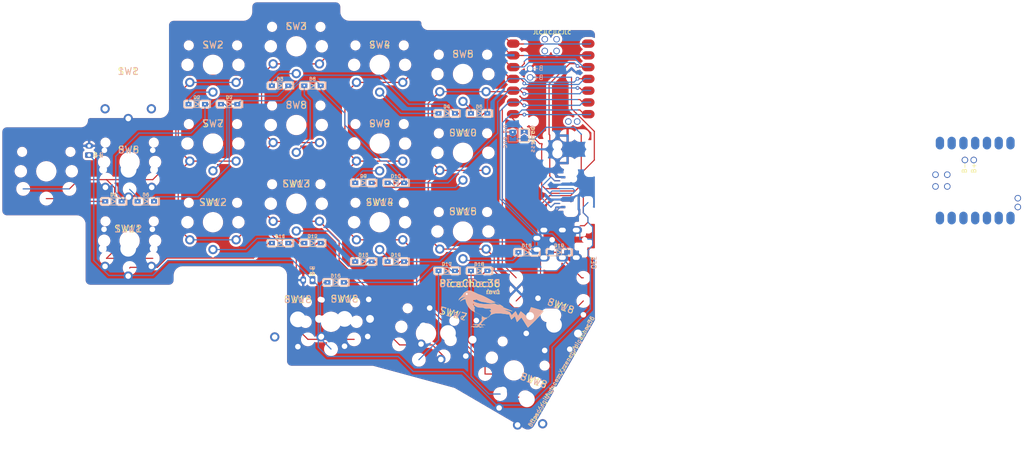
<source format=kicad_pcb>
(kicad_pcb (version 20221018) (generator pcbnew)
  (layers (0 "F.Cu" signal) (31 "B.Cu" signal) (34 "B.Paste" user) (35 "F.Paste" user) (36 "B.SilkS" user "B.Silkscreen") (37 "F.SilkS" user "F.Silkscreen") (38 "B.Mask" user) (39 "F.Mask" user) (44 "Edge.Cuts" user))
  (net 0 "")
  (net 1 "BATT")
  (net 2 "GND")
  (net 3 "RAW")
  (net 4 "row0")
  (net 5 "Net-(D1-Pad2)")
  (net 6 "Net-(D2-Pad2)")
  (net 7 "Net-(D3-Pad2)")
  (net 8 "Net-(D4-Pad2)")
  (net 9 "Net-(D5-Pad2)")
  (net 10 "row1")
  (net 11 "Net-(D6-Pad2)")
  (net 12 "Net-(D7-Pad2)")
  (net 13 "Net-(D8-Pad2)")
  (net 14 "Net-(D9-Pad2)")
  (net 15 "Net-(D10-Pad2)")
  (net 16 "row2")
  (net 17 "Net-(D11-Pad2)")
  (net 18 "Net-(D12-Pad2)")
  (net 19 "Net-(D13-Pad2)")
  (net 20 "Net-(D14-Pad2)")
  (net 21 "Net-(D15-Pad2)")
  (net 22 "row3")
  (net 23 "Net-(D16-Pad2)")
  (net 24 "Net-(D17-Pad2)")
  (net 25 "Net-(D18-Pad2)")
  (net 26 "SW_ENCA")
  (net 27 "VCC")
  (net 28 "DATA")
  (net 29 "ENCB")
  (net 30 "ENCA")
  (net 31 "col0")
  (net 32 "col1")
  (net 33 "col2")
  (net 34 "col3")
  (net 47 "PIN7")
  (net 50 "col4")
  (footprint "zzkeeb:Switch_ChocV1-reversible" (layer "F.Cu") (at 147.26 114.94 -15)
    (fp_text reference "SW17")
    (fp_text value "SW_PUSH" hide)
  )
  (footprint "zzkeeb:Diode_1N4148-SOD123-reversible" (layer "F.Cu") (at 129 82.5 180)
    (fp_text reference "D9")
    (fp_text value "D_Small" hide)
  )
  (footprint "zzkeeb:Switch_ChocV1-reversible" (layer "F.Cu") (at 150.5 93)
    (fp_text reference "SW15")
    (fp_text value "SW_PUSH" hide)
  )
  (footprint "zzkeeb:Logo_pica" (layer "F.Cu") (at 157.566157 109.745174)
    (fp_text reference "G***" hide)
    (fp_text value "LOGO" hide)
  )
  (footprint "zzkeeb:Switch_ChocV1-reversible" (layer "F.Cu") (at 150.5 76)
    (fp_text reference "SW10")
    (fp_text value "SW_PUSH" hide)
  )
  (footprint "zzkeeb:Connector_TRRS-reversible" (layer "F.Cu") (at 178.27 95.665 -90)
    (fp_text reference "J1" hide)
    (fp_text value "MJ-4PP-9" hide)
  )
  (footprint "zzkeeb:Connector_JST-1x02-2.00mm" (layer "F.Cu") (at 118 103.5 180)
    (fp_text reference "BATTCONN1" hide)
    (fp_text value "Conn_01x02_Female" hide)
  )
  (footprint "zzkeeb:Switch_ChocV1-reversible" (layer "F.Cu") (at 114.5 53)
    (fp_text reference "SW3")
    (fp_text value "SW_PUSH" hide)
  )
  (footprint "zzkeeb:Diode_1N4148-SOD123-reversible" (layer "F.Cu") (at 154 67.5 180)
    (fp_text reference "D5")
    (fp_text value "D_Small" hide)
  )
  (footprint "Jumper:SolderJumper-2_P1.3mm_Open_TrianglePad1.0x1.5mm" (layer "F.Cu") (at 163.75 72.25 90)
    (fp_text reference "JP3" hide)
    (fp_text value "SolderJumper_2_Open" hide)
  )
  (footprint "zzkeeb:Switch_ChocV1-reversible" (layer "F.Cu") (at 78.2 62.7)
    (fp_text reference "SW1")
    (fp_text value "SW_PUSH" hide)
  )
  (footprint "zzkeeb:Switch_ChocV1-reversible" (layer "F.Cu") (at 96.5 91)
    (fp_text reference "SW12")
    (fp_text value "SW_PUSH" hide)
  )
  (footprint "zzkeeb:Switch_ChocV1-reversible" (layer "F.Cu") (at 96.5 57)
    (fp_text reference "SW2")
    (fp_text value "SW_PUSH" hide)
  )
  (footprint "zzkeeb:Diode_1N4148-SOD123-reversible" (layer "F.Cu") (at 147 67.5 180)
    (fp_text reference "D4")
    (fp_text value "D_Small" hide)
  )
  (footprint "zzkeeb:Diode_1N4148-SOD123-reversible" (layer "F.Cu") (at 154 101.5 180)
    (fp_text reference "D18")
    (fp_text value "D_Small" hide)
  )
  (footprint "zzkeeb:Diode_1N4148-SOD123-reversible" (layer "F.Cu") (at 136 99.5 180)
    (fp_text reference "D14")
    (fp_text value "D_Small" hide)
  )
  (footprint "zzkeeb:Diode_1N4148-SOD123-reversible" (layer "F.Cu") (at 164.25 97.5 180)
    (fp_text reference "D15")
    (fp_text value "D_Small" hide)
  )
  (footprint "zzkeeb:Diode_1N4148-SOD123-reversible" (layer "F.Cu") (at 147 101.5 180)
    (fp_text reference "D17")
    (fp_text value "D_Small" hide)
  )
  (footprint "zzkeeb:Switch_ChocV1-reversible" (layer "F.Cu") (at 132.5 91)
    (fp_text reference "SW14")
    (fp_text value "SW_PUSH" hide)
  )
  (footprint "zzkeeb:Switch_ChocV1-reversible" (layer "F.Cu") (at 150.5 59)
    (fp_text reference "SW5")
    (fp_text value "SW_PUSH" hide)
  )
  (footprint "zzkeeb:Diode_1N4148-SOD123-reversible" (layer "F.Cu") (at 123 104 180)
    (fp_text reference "D16")
    (fp_text value "D_Small" hide)
  )
  (footprint "zzkeeb:Switch_ChocV1-reversible" (layer "F.Cu") (at 170.17 113.15 -20)
    (fp_text reference "SW18")
    (fp_text value "SW_PUSH" hide)
  )
  (footprint "zzkeeb:Switch_ChocV1-reversible" (layer "F.Cu") (at 114.5 87)
    (fp_text reference "SW13")
    (fp_text value "SW_PUSH" hide)
  )
  (footprint "zzkeeb:Diode_1N4148-SOD123-reversible" (layer "F.Cu") (at 111 95.5 180)
    (fp_text reference "D11")
    (fp_text value "D_Small" hide)
  )
  (footprint "zzkeeb:MCU_xiao-ble-smd" (layer "F.Cu") (at 169.45 60.042)
    (fp_text reference "U2" hide)
    (fp_text value "xiao-ble" hide)
  )
  (footprint "zzkeeb:Diode_1N4148-SOD123-reversible" (layer "F.Cu") (at 111 61.5 180)
    (fp_text reference "D3")
    (fp_text value "D_Small" hide)
  )
  (footprint "zzkeeb:Diode_1N4148-SOD123-reversible" (layer "F.Cu") (at 171.25 97.5 180)
    (fp_text reference "D19")
    (fp_text value "D_Small" hide)
  )
  (footprint "zzkeeb:Diode_1N4148-SOD123-reversible" (layer "F.Cu") (at 118 95.5 180)
    (fp_text reference "D12")
    (fp_text value "D_Small" hide)
  )
  (footprint "zzkeeb:Diode_1N4148-SOD123-reversible" (layer "F.Cu") (at 118 61.5 180)
    (fp_text reference "D8")
    (fp_text value "D_Small" hide)
  )
  (footprint "zzkeeb:Connector_JST-1x02-2.00mm" (layer "F.Cu") (at 69.75 76.5 90)
    (fp_text reference "BATTCONN2" hide)
    (fp_text value "Conn_01x02_Female" hide)
  )
  (footprint "zzkeeb:Diode_1N4148-SOD123-reversible" (layer "F.Cu") (at 129 99.5 180)
    (fp_text reference "D13")
    (fp_text value "D_Small" hide)
  )
  (footprint "zzkeeb:Switch_ChocV1-reversible" (layer "F.Cu") (at 114.5 70)
    (fp_text reference "SW8")
    (fp_text value "SW_PUSH" hide)
  )
  (footprint "zzkeeb:Switch_ChocV1-reversible" (layer "F.Cu") (at 164.308711 129.252054 -20)
    (fp_text reference "SW18")
    (fp_text value "SW_PUSH" hide)
  )
  (footprint "zzkeeb:Diode_1N4148-SOD123-reversible" (layer "F.Cu") (at 82 86.5 180)
    (fp_text reference "D6")
    (fp_text value "D_Small" hide)
  )
  (footprint "zzkeeb:Switch_ChocV1-reversible" (layer "F.Cu") (at 132.5 57)
    (fp_text reference "SW4")
    (fp_text value "SW_PUSH" hide)
  )
  (footprint "zzkeeb:Switch_ChocV1-reversible" (layer "F.Cu") (at 124.92 111.88)
    (fp_text reference "SW16")
    (fp_text value "SW_PUSH" hide)
  )
  (footprint "zzkeeb:Diode_1N4148-SOD123-reversible" (layer "F.Cu") (at 75 86.5 180)
    (fp_text reference "D1")
    (fp_text value "D_Small" hide)
  )
  (footprint "zzkeeb:Switch_ChocV1-reversible" (layer "F.Cu") (at 132.5 74)
    (fp_text reference "SW9")
    (fp_text value "SW_PUSH" hide)
  )
  (footprint "zzkeeb:Switch_ChocV1-reversible" (layer "F.Cu") (at 78.19 96.73)
    (fp_text reference "SW11")
    (fp_text value "SW_PUSH" hide)
  )
  (footprint "zzkeeb:Switch_ChocV1-reversible" (layer "F.Cu") (at 78.27 79.66)
    (fp_text reference "SW6")
    (fp_text value "SW_PUSH" hide)
  )
  (footprint "zzkeeb:Diode_1N4148-SOD123-reversible" (layer "F.Cu") (at 100 65.5 180)
    (fp_text reference "D7")
    (fp_text value "D_Small" hide)
  )
  (footprint "zzkeeb:Switch_ChocV1-reversible" (layer "F.Cu") (at 114.84 111.98)
    (fp_text reference "SW16")
    (fp_text value "SW_PUSH" hide)
  )
  (footprint "zzkeeb:Diode_1N4148-SOD123-reversible" (layer "F.Cu") (at 93 65.5 180)
    (fp_text reference "D2")
    (fp_text value "D_Small" hide)
  )
  (footprint "zzkeeb:Diode_1N4148-SOD123-reversible" (layer "F.Cu") (at 136 82.5 180)
    (fp_text reference "D10")
    (fp_text value "D_Small" hide)
  )
  (footprint "zzkeeb:Switch_ChocV1-reversible" (layer "F.Cu") (at 96.5 74)
    (fp_text reference "SW7")
    (fp_text value "SW_PUSH" hide)
  )
  (footprint "Jumper:SolderJumper-2_P1.3mm_Open_TrianglePad1.0x1.5mm" (layer "B.Cu") (at 163.75 72.25 90)
    (fp_text reference "JP2" hide)
    (fp_text value "SolderJumper_2_Open" hide)
  )
  (footprint "zzkeeb:Logo_pica-mirrored" (layer "B.Cu") (at 157.566157 109.745174 180)
    (fp_text reference "G***" hide)
    (fp_text value "LOGO" hide)
  )
  (footprint "zzkeeb:MCU_xiao-ble-smd" (layer "B.Cu") (at 261.142 82 -90)
    (fp_text reference "U1" hide)
    (fp_text value "xiao-ble" hide)
  )
  (footprint "Jumper:SolderJumper-2_P1.3mm_Open_TrianglePad1.0x1.5mm" (layer "B.Cu") (at 161.25 72.25 -90)
    (fp_text reference "JP1" hide)
    (fp_text value "SolderJumper_2_Open" hide)
  )
  (gr_text "OFF" (at 178.75 99.75 -90) (layer "B.SilkS") (effects (font (size 1 1)) (justify mirror)))
  (gr_text "https://github.com/zzeneg/picachoc36" (at 171.75 123.25 60) (layer "B.SilkS") (effects (font (size 0.9 0.9)) (justify mirror)))
  (gr_text "no enc" (at 159.5 72.5 90) (layer "B.SilkS") (effects (font (size 1 1)) (justify mirror)))
  (gr_text "PicaChoc36" (at 152 104.222674) (layer "B.SilkS") (effects (font (size 1.5 1.5) (thickness 0.25)) (justify mirror)))
  (gr_text "wireless" (at 165.5 73 90) (layer "B.SilkS") (effects (font (size 1 1)) (justify mirror)))
  (gr_text "rev1" (at 157 106) (layer "B.SilkS") (effects (font (size 1 1)) (justify mirror)))
  (gr_text "rev1" (at 157 106) (layer "F.SilkS") (effects (font (size 1 1))))
  (gr_text "https://github.com/zzeneg/picachoc36" (at 171.75 123.25 60) (layer "F.SilkS") (effects (font (size 0.9 0.9))))
  (gr_text "JLCJLCJLCJLC" (at 169.75 50) (layer "F.SilkS") (effects (font (size 0.8 0.8))))
  (gr_text "OFF" (at 178.75 99.75 90) (layer "F.SilkS") (effects (font (size 1 1))))
  (gr_text "wired" (at 165.5 72.25 90) (layer "F.SilkS") (effects (font (size 1 1))))
  (gr_text "PicaChoc36" (at 152 104.245174) (layer "F.SilkS") (effects (font (size 1.5 1.5) (thickness 0.25))))
  (segment (start 175.82 93.25) (end 175.75 93.25) (width 0.25) (layer "F.Cu") (net 1))
  (segment (start 136.5 120) (end 139.75 123.25) (width 0.25) (layer "B.Cu") (net 1))
  (segment (start 157.75 130.5) (end 165 130.5) (width 0.25) (layer "B.Cu") (net 1))
  (segment (start 177.5 89.968109) (end 176.5 88.968109) (width 0.25) (layer "B.Cu") (net 1))
  (segment (start 177.5 91) (end 177.5 89.968109) (width 0.25) (layer "B.Cu") (net 1))
  (segment (start 178.424999 94.674999) (end 175.895001 94.674999) (width 0.25) (layer "B.Cu") (net 1))
  (segment (start 150.5 123.25) (end 157.75 130.5) (width 0.25) (layer "B.Cu") (net 1))
  (segment (start 169.75 125.75) (end 169.75 118) (width 0.25) (layer "B.Cu") (net 1))
  (segment (start 86.75 99.25) (end 113.75 99.25) (width 0.25) (layer "B.Cu") (net 1))
  (segment (start 178.5 92) (end 177.5 91) (width 0.25) (layer "B.Cu") (net 1))
  (segment (start 113.75 99.25) (end 118 103.5) (width 0.25) (layer "B.Cu") (net 1))
  (segment (start 165 130.5) (end 169.75 125.75) (width 0.25) (layer "B.Cu") (net 1))
  (segment (start 169.75 118) (end 178 109.75) (width 0.25) (layer "B.Cu") (net 1))
  (segment (start 74 102.5) (end 83.5 102.5) (width 0.25) (layer "B.Cu") (net 1))
  (segment (start 70.75 77.5) (end 70.75 99.25) (width 0.25) (layer "B.Cu") (net 1))
  (segment (start 177.5 97) (end 178.5 96) (width 0.25) (layer "B.Cu") (net 1))
  (segment (start 119.25 104.75) (end 119.25 118) (width 0.25) (layer "B.Cu") (net 1))
  (segment (start 176.5 88.968109) (end 176.5 87.75) (width 0.25) (layer "B.Cu") (net 1))
  (segment (start 118 103.5) (end 119.25 104.75) (width 0.25) (layer "B.Cu") (net 1))
  (segment (start 178 98.7375) (end 177.5 98.2375) (width 0.25) (layer "B.Cu") (net 1))
  (segment (start 178.5 94.75) (end 178.424999 94.674999) (width 0.25) (layer "B.Cu") (net 1))
  (segment (start 119.25 118) (end 121.25 120) (width 0.25) (layer "B.Cu") (net 1))
  (segment (start 175.75 94.68) (end 175.82 94.75) (width 0.25) (layer "B.Cu") (net 1))
  (segment (start 175.75 93.25) (end 175.75 94.68) (width 0.25) (layer "B.Cu") (net 1))
  (segment (start 177.5 98.2375) (end 177.5 97) (width 0.25) (layer "B.Cu") (net 1))
  (segment (start 70.75 99.25) (end 74 102.5) (width 0.25) (layer "B.Cu") (net 1))
  (segment (start 175.895001 94.674999) (end 175.82 94.75) (width 0.25) (layer "B.Cu") (net 1))
  (segment (start 178.5 96) (end 178.5 92) (width 0.25) (layer "B.Cu") (net 1))
  (segment (start 121.25 120) (end 136.5 120) (width 0.25) (layer "B.Cu") (net 1))
  (segment (start 176.5 87.75) (end 177.5 86.75) (width 0.25) (layer "B.Cu") (net 1))
  (segment (start 139.75 123.25) (end 150.5 123.25) (width 0.25) (layer "B.Cu") (net 1))
  (segment (start 178 109.75) (end 178 98.7375) (width 0.25) (layer "B.Cu") (net 1))
  (segment (start 69.75 76.5) (end 70.75 77.5) (width 0.25) (layer "B.Cu") (net 1))
  (segment (start 83.5 102.5) (end 86.75 99.25) (width 0.25) (layer "B.Cu") (net 1))
  (segment (start 171.39 81.275) (end 171.275 81.275) (width 0.25) (layer "F.Cu") (net 2))
  (segment (start 171.275 81.275) (end 170.25 80.25) (width 0.25) (layer "F.Cu") (net 2))
  (via (at 151.316157 106.5) (size 0.8) (drill 0.4) (layers "F.Cu" "B.Cu") (net 2))
  (segment (start 176.485305 57.46) (end 178.06996 57.46) (width 0.25) (layer "B.Cu") (net 2))
  (segment (start 171.39 81.275) (end 171.275 81.275) (width 0.25) (layer "B.Cu") (net 2))
  (segment (start 163.75 54.9915) (end 177.99846 54.9915) (width 0.25) (layer "B.Cu") (net 2))
  (segment (start 174.775305 55.75) (end 176.485305 57.46) (width 0.25) (layer "B.Cu") (net 2))
  (segment (start 177.99846 54.9915) (end 178.06996 54.92) (width 0.25) (layer "B.Cu") (net 2))
  (segment (start 171.275 81.275) (end 170.25 80.25) (width 0.25) (layer "B.Cu") (net 2))
  (segment (start 164.25 55.75) (end 163.75 56.25) (width 0.25) (layer "B.Cu") (net 2))
  (segment (start 174.775305 55.75) (end 164.25 55.75) (width 0.25) (layer "B.Cu") (net 2))
  (segment (start 165.055 59.683) (end 173.945 59.683) (width 0.25) (layer "B.Cu") (net 3))
  (segment (start 175.25 60) (end 178.06996 60) (width 0.25) (layer "F.Cu") (net 4))
  (segment (start 155 67.5) (end 155.775 67.5) (width 0.25) (layer "F.Cu") (net 4))
  (segment (start 154 68.5) (end 155 67.5) (width 0.25) (layer "F.Cu") (net 4))
  (segment (start 148.775 67.5) (end 149.5 67.5) (width 0.25) (layer "F.Cu") (net 4))
  (segment (start 150.5 68.5) (end 154 68.5) (width 0.25) (layer "F.Cu") (net 4))
  (segment (start 149.5 67.5) (end 150.5 68.5) (width 0.25) (layer "F.Cu") (net 4))
  (via (at 94.775 65.5) (size 0.8) (drill 0.4) (layers "F.Cu" "B.Cu") (net 4))
  (via (at 155.775 67.5) (size 0.8) (drill 0.4) (layers "F.Cu" "B.Cu") (net 4))
  (via (at 148.775 67.5) (size 0.8) (drill 0.4) (layers "F.Cu" "B.Cu") (net 4))
  (via (at 76.775 86.5) (size 0.8) (drill 0.4) (layers "F.Cu" "B.Cu") (net 4))
  (via (at 175.25 60) (size 0.8) (drill 0.4) (layers "F.Cu" "B.Cu") (net 4))
  (via (at 112.775 61.5) (size 0.8) (drill 0.4) (layers "F.Cu" "B.Cu") (net 4))
  (segment (start 146.775 65.5) (end 148.775 67.5) (width 0.25) (layer "B.Cu") (net 4))
  (segment (start 94.775 65.5) (end 96.25 65.5) (width 0.25) (layer "B.Cu") (net 4))
  (segment (start 132.5 59.25) (end 138.75 65.5) (width 0.25) (layer "B.Cu") (net 4))
  (segment (start 98 63.75) (end 110.525 63.75) (width 0.25) (layer "B.Cu") (net 4))
  (segment (start 75.5 76.75) (end 75.5 84.5) (width 0.25) (layer "B.Cu") (net 4))
  (segment (start 112.775 61.5) (end 113.863604 61.5) (width 0.25) (layer "B.Cu") (net 4))
  (segment (start 110.525 63.75) (end 112.775 61.5) (width 0.25) (layer "B.Cu") (net 4))
  (segment (start 155.775 64.69002) (end 160.46502 60) (width 0.25) (layer "B.Cu") (net 4))
  (segment (start 138.75 65.5) (end 146.775 65.5) (width 0.25) (layer "B.Cu") (net 4))
  (segment (start 96.25 65.5) (end 98 63.75) (width 0.25) (layer "B.Cu") (net 4))
  (segment (start 155.775 67.5) (end 155.775 64.69002) (width 0.25) (layer "B.Cu") (net 4))
  (segment (start 174.5 60.75) (end 164.5 60.75) (width 0.25) (layer "B.Cu") (net 4))
  (segment (start 76.775 85.775) (end 76.775 86.5) (width 0.25) (layer "B.Cu") (net 4))
  (segment (start 113.863604 61.5) (end 116.113604 59.25) (width 0.25) (layer "B.Cu") (net 4))
  (segment (start 116.113604 59.25) (end 132.5 59.25) (width 0.25) (layer "B.Cu") (net 4))
  (segment (start 175.25 60) (end 174.5 60.75) (width 0.25) (layer "B.Cu") (net 4))
  (segment (start 160.46502 60) (end 160.93004 60) (width 0.25) (layer "B.Cu") (net 4))
  (segment (start 94.775 65.5) (end 94.775 68.725) (width 0.25) (layer "B.Cu") (net 4))
  (segment (start 80.5 71.75) (end 75.5 76.75) (width 0.25) (layer "B.Cu") (net 4))
  (segment (start 164.5 60.75) (end 163.75 60) (width 0.25) (layer "B.Cu") (net 4))
  (segment (start 91.75 71.75) (end 80.5 71.75) (width 0.25) (layer "B.Cu") (net 4))
  (segment (start 163.75 60) (end 160.93004 60) (width 0.25) (layer "B.Cu") (net 4))
  (segment (start 75.5 84.5) (end 76.775 85.775) (width 0.25) (layer "B.Cu") (net 4))
  (segment (start 94.775 68.725) (end 91.75 71.75) (width 0.25) (layer "B.Cu") (net 4))
  (segment (start 73.225 86.5) (end 63.75 86.5) (width 0.25) (layer "F.Cu") (net 5))
  (segment (start 63.75 86.5) (end 63.15 85.9) (width 0.25) (layer "F.Cu") (net 5))
  (segment (start 63.15 85.9) (end 60.5 85.9) (width 0.25) (layer "F.Cu") (net 5))
  (via (at 73.225 86.5) (size 0.8) (drill 0.4) (layers "F.Cu" "B.Cu") (net 5))
  (via (at 91.225 65.5) (size 0.8) (drill 0.4) (layers "F.Cu" "B.Cu") (net 6))
  (segment (start 91.225 65.5) (end 91.225 64.525) (width 0.25) (layer "B.Cu") (net 6))
  (segment (start 91.225 64.525) (end 92.85 62.9) (width 0.25) (layer "B.Cu") (net 6))
  (segment (start 92.85 62.9) (end 96.5 62.9) (width 0.25) (layer "B.Cu") (net 6))
  (via (at 109.225 61.5) (size 0.8) (drill 0.4) (layers "F.Cu" "B.Cu") (net 7))
  (segment (start 109.225 61.5) (end 109.225 60.5125) (width 0.25) (layer "B.Cu") (net 7))
  (segment (start 110.8375 58.9) (end 114.5 58.9) (width 0.25) (layer "B.Cu") (net 7))
  (segment (start 109.225 60.5125) (end 110.8375 58.9) (width 0.25) (layer "B.Cu") (net 7))
  (via (at 145.225 67.5) (size 0.8) (drill 0.4) (layers "F.Cu" "B.Cu") (net 8))
  (segment (start 137.1 67.5) (end 145.225 67.5) (width 0.25) (layer "B.Cu") (net 8))
  (segment (start 132.5 62.9) (end 137.1 67.5) (width 0.25) (layer "B.Cu") (net 8))
  (via (at 152.225 67.5) (size 0.8) (drill 0.4) (layers "F.Cu" "B.Cu") (net 9))
  (segment (start 150.5 64.9) (end 152.225 66.625) (width 0.25) (layer "B.Cu") (net 9))
  (segment (start 152.225 66.625) (end 152.225 67.5) (width 0.25) (layer "B.Cu") (net 9))
  (segment (start 175.25 62) (end 175.75 62) (width 0.25) (layer "F.Cu") (net 10))
  (segment (start 137 82.5) (end 137.775 82.5) (width 0.25) (layer "F.Cu") (net 10))
  (segment (start 176.29 62.54) (end 178.06996 62.54) (width 0.25) (layer "F.Cu") (net 10))
  (segment (start 132.5 83.5) (end 136 83.5) (width 0.25) (layer "F.Cu") (net 10))
  (segment (start 175.75 62) (end 176.29 62.54) (width 0.25) (layer "F.Cu") (net 10))
  (segment (start 130.775 82.5) (end 131.5 82.5) (width 0.25) (layer "F.Cu") (net 10))
  (segment (start 131.5 82.5) (end 132.5 83.5) (width 0.25) (layer "F.Cu") (net 10))
  (segment (start 136 83.5) (end 137 82.5) (width 0.25) (layer "F.Cu") (net 10))
  (via (at 101.775 65.5) (size 0.8) (drill 0.4) (layers "F.Cu" "B.Cu") (net 10))
  (via (at 137.775 82.5) (size 0.8) (drill 0.4) (layers "F.Cu" "B.Cu") (net 10))
  (via (at 175.25 62) (size 0.8) (drill 0.4) (layers "F.Cu" "B.Cu") (net 10))
  (via (at 130.775 82.5) (size 0.8) (drill 0.4) (layers "F.Cu" "B.Cu") (net 10))
  (via (at 83.775 86.5) (size 0.8) (drill 0.4) (layers "F.Cu" "B.Cu") (net 10))
  (via (at 119.775 61.5) (size 0.8) (drill 0.4) (layers "F.Cu" "B.Cu") (net 10))
  (segment (start 84.25 85.5) (end 83.775 85.975) (width 0.25) (layer "B.Cu") (net 10))
  (segment (start 160.46 62.54) (end 160.93004 62.54) (width 0.25) (layer "B.Cu") (net 10))
  (segment (start 101.775 65.5) (end 102.525 64.75) (width 0.25) (layer "B.Cu") (net 10))
  (segment (start 100.5 65.5) (end 100 66) (width 0.25) (layer "B.Cu") (net 10))
  (segment (start 100 78.75) (end 93.25 85.5) (width 0.25) (layer "B.Cu") (net 10))
  (segment (start 137.775 81.525) (end 134 77.75) (width 0.25) (layer "B.Cu") (net 10))
  (segment (start 118.775 60.5) (end 119.775 61.5) (width 0.25) (layer "B.Cu") (net 10))
  (segment (start 102.525 64.75) (end 111.25 64.75) (width 0.25) (layer "B.Cu") (net 10))
  (segment (start 132.75 77.75) (end 125 70) (width 0.25) (layer "B.Cu") (net 10))
  (segment (start 125 67.5) (end 119.775 62.275) (width 0.25) (layer "B.Cu") (net 10))
  (segment (start 93.25 85.5) (end 84.25 85.5) (width 0.25) (layer "B.Cu") (net 10))
  (segment (start 100 66) (end 100 78.75) (width 0.25) (layer "B.Cu") (net 10))
  (segment (start 158 71.75) (end 158 65) (width 0.25) (layer "B.Cu") (net 10))
  (segment (start 125 70) (end 125 67.5) (width 0.25) (layer "B.Cu") (net 10))
  (segment (start 115.5 60.5) (end 118.775 60.5) (width 0.25) (layer "B.Cu") (net 10))
  (segment (start 158 65) (end 160.46 62.54) (width 0.25) (layer "B.Cu") (net 10))
  (segment (start 137.775 82.5) (end 147.25 82.5) (width 0.25) (layer "B.Cu") (net 10))
  (segment (start 162.71 62.54) (end 160.93004 62.54) (width 0.25) (layer "B.Cu") (net 10))
  (segment (start 101.775 65.5) (end 100.5 65.5) (width 0.25) (layer "B.Cu") (net 10))
  (segment (start 175.25 62) (end 163.25 62) (width 0.25) (layer "B.Cu") (net 10))
  (segment (start 147.25 82.5) (end 158 71.75) (width 0.25) (layer "B.Cu") (net 10))
  (segment (start 163.25 62) (end 162.71 62.54) (width 0.25) (layer "B.Cu") (net 10))
  (segment (start 111.25 64.75) (end 115.5 60.5) (width 0.25) (layer "B.Cu") (net 10))
  (segment (start 137.775 82.5) (end 137.775 81.525) (width 0.25) (layer "B.Cu") (net 10))
  (segment (start 119.775 62.275) (end 119.775 61.5) (width 0.25) (layer "B.Cu") (net 10))
  (segment (start 83.775 85.975) (end 83.775 86.5) (width 0.25) (layer "B.Cu") (net 10))
  (segment (start 134 77.75) (end 132.75 77.75) (width 0.25) (layer "B.Cu") (net 10))
  (via (at 80.225 86.5) (size 0.8) (drill 0.4) (layers "F.Cu" "B.Cu") (net 11))
  (segment (start 78.5 83.9) (end 80.225 85.625) (width 0.25) (layer "B.Cu") (net 11))
  (segment (start 80.225 85.625) (end 80.225 86.5) (width 0.25) (layer "B.Cu") (net 11))
  (via (at 98.225 65.5) (size 0.8) (drill 0.4) (layers "F.Cu" "B.Cu") (net 12))
  (segment (start 99.5 66) (end 99.5 76.9) (width 0.25) (layer "B.Cu") (net 12))
  (segment (start 99 65.5) (end 99.5 66) (width 0.25) (layer "B.Cu") (net 12))
  (segment (start 98.225 65.5) (end 99 65.5) (width 0.25) (layer "B.Cu") (net 12))
  (segment (start 99.5 76.9) (end 96.5 79.9) (width 0.25) (layer "B.Cu") (net 12))
  (via (at 116.225 61.5) (size 0.8) (drill 0.4) (layers "F.Cu" "B.Cu") (net 13))
  (segment (start 116.225 61.5) (end 116.225 63.475) (width 0.25) (layer "B.Cu") (net 13))
  (segment (start 117.5 72.9) (end 114.5 75.9) (width 0.25) (layer "B.Cu") (net 13))
  (segment (start 116.225 63.475) (end 117.5 64.75) (width 0.25) (layer "B.Cu") (net 13))
  (segment (start 117.5 64.75) (end 117.5 72.9) (width 0.25) (layer "B.Cu") (net 13))
  (via (at 127.225 82.5) (size 0.8) (drill 0.4) (layers "F.Cu" "B.Cu") (net 14))
  (segment (start 127.225 82.5) (end 127.225 81.525) (width 0.25) (layer "B.Cu") (net 14))
  (segment (start 127.225 81.525) (end 128.85 79.9) (width 0.25) (layer "B.Cu") (net 14))
  (segment (start 128.85 79.9) (end 132.5 79.9) (width 0.25) (layer "B.Cu") (net 14))
  (via (at 134.225 82.5) (size 0.8) (drill 0.4) (layers "F.Cu" "B.Cu") (net 15))
  (segment (start 134.225 82.5) (end 135 82.5) (width 0.25) (layer "B.Cu") (net 15))
  (segment (start 136 83.5) (end 148.9 83.5) (width 0.25) (layer "B.Cu") (net 15))
  (segment (start 135 82.5) (end 136 83.5) (width 0.25) (layer "B.Cu") (net 15))
  (segment (start 148.9 83.5) (end 150.5 81.9) (width 0.25) (layer "B.Cu") (net 15))
  (segment (start 130.775 99.5) (end 131.5 99.5) (width 0.25) (layer "F.Cu") (net 16))
  (segment (start 131.5 99.5) (end 132.5 100.5) (width 0.25) (layer "F.Cu") (net 16))
  (segment (start 175.75 64.5) (end 176.33 65.08) (width 0.25) (layer "F.Cu") (net 16))
  (segment (start 114.75 96.5) (end 113.75 95.5) (width 0.25) (layer "F.Cu") (net 16))
  (segment (start 118 96.5) (end 114.75 96.5) (width 0.25) (layer "F.Cu") (net 16))
  (segment (start 176.33 65.08) (end 178.06996 65.08) (width 0.25) (layer "F.Cu") (net 16))
  (segment (start 137 99.5) (end 137.775 99.5) (width 0.25) (layer "F.Cu") (net 16))
  (segment (start 175.25 64.5) (end 175.75 64.5) (width 0.25) (layer "F.Cu") (net 16))
  (segment (start 113.75 95.5) (end 112.775 95.5) (width 0.25) (layer "F.Cu") (net 16))
  (segment (start 119.775 95.5) (end 119 95.5) (width 0.25) (layer "F.Cu") (net 16))
  (segment (start 119 95.5) (end 118 96.5) (width 0.25) (layer "F.Cu") (net 16))
  (segment (start 132.5 100.5) (end 136 100.5) (width 0.25) (layer "F.Cu") (net 16))
  (segment (start 136 100.5) (end 137 99.5) (width 0.25) (layer "F.Cu") (net 16))
  (via (at 112.775 95.5) (size 0.8) (drill 0.4) (layers "F.Cu" "B.Cu") (net 16))
  (via (at 137.775 99.5) (size 0.8) (drill 0.4) (layers "F.Cu" "B.Cu") (net 16))
  (via (at 119.775 95.5) (size 0.8) (drill 0.4) (layers "F.Cu" "B.Cu") (net 16))
  (via (at 130.775 99.5) (size 0.8) (drill 0.4) (layers "F.Cu" "B.Cu") (net 16))
  (segment (start 158.5 86) (end 158.5 67) (width 0.25) (layer "B.Cu") (net 16))
  (segment (start 158.5 67) (end 160.42 65.08) (width 0.25) (layer "B.Cu") (net 16))
  (segment (start 129 100.5) (end 130 99.5) (width 0.25) (layer "B.Cu") (net 16))
  (segment (start 163.25 64.5) (end 162.67 65.08) (width 0.25) (layer "B.Cu") (net 16))
  (segment (start 163 95.25) (end 149.75 95.25) (width 0.25) (layer "B.Cu") (net 16))
  (segment (start 149.75 95.25) (end 145.5 99.5) (width 0.25) (layer "B.Cu") (net 16))
  (segment (start 165.25 97.5) (end 163 95.25) (width 0.25) (layer "B.Cu") (net 16))
  (segment (start 125.75 100.5) (end 129 100.5) (width 0.25) (layer "B.Cu") (net 16))
  (segment (start 162.67 65.08) (end 160.93004 65.08) (width 0.25) (layer "B.Cu") (net 16))
  (segment (start 166.025 93.525) (end 158.5 86) (width 0.25) (layer "B.Cu") (net 16))
  (segment (start 120.75 95.5) (end 125.75 100.5) (width 0.25) (layer "B.Cu") (net 16))
  (segment (start 160.42 65.08) (end 160.93004 65.08) (width 0.25) (layer "B.Cu") (net 16))
  (segment (start 166.025 97.5) (end 165.25 97.5) (width 0.25) (layer "B.Cu") (net 16))
  (segment (start 119.775 95.5) (end 120.75 95.5) (width 0.25) (layer "B.Cu") (net 16))
  (segment (start 145.5 99.5) (end 137.775 99.5) (width 0.25) (layer "B.Cu") (net 16))
  (segment (start 166.025 97.5) (end 166.025 93.525) (width 0.25) (layer "B.Cu") (net 16))
  (segment (start 130 99.5) (end 130.775 99.5) (width 0.25) (layer "B.Cu") (net 16))
  (segment (start 175.25 64.5) (end 163.25 64.5) (width 0.25) (layer "B.Cu") (net 16))
  (segment (start 84.5 100.75) (end 86.5 98.75) (width 0.25) (layer "F.Cu") (net 17))
  (segment (start 108.5 95.5) (end 109.225 95.5) (width 0.25) (layer "F.Cu") (net 17))
  (segment (start 78.5 100.9) (end 78.65 100.75) (width 0.25) (layer "F.Cu") (net 17))
  (segment (start 86.5 98.75) (end 105.25 98.75) (width 0.25) (layer "F.Cu") (net 17))
  (segment (start 105.25 98.75) (end 108.5 95.5) (width 0.25) (layer "F.Cu") (net 17))
  (segment (start 78.65 100.75) (end 84.5 100.75) (width 0.25) (layer "F.Cu") (net 17))
  (via (at 109.225 95.5) (size 0.8) (drill 0.4) (layers "F.Cu" "B.Cu") (net 17))
  (via (at 116.225 95.5) (size 0.8) (drill 0.4) (layers "F.Cu" "B.Cu") (net 18))
  (segment (start 106 94.5) (end 103.6 96.9) (width 0.25) (layer "B.Cu") (net 18))
  (segment (start 116.225 95.5) (end 115.5 95.5) (width 0.25) (layer "B.Cu") (net 18))
  (segment (start 103.6 96.9) (end 96.5 96.9) (width 0.25) (layer "B.Cu") (net 18))
  (segment (start 115.5 95.5) (end 114.5 94.5) (width 0.25) (layer "B.Cu") (net 18))
  (segment (start 114.5 94.5) (end 106 94.5) (width 0.25) (layer "B.Cu") (net 18))
  (via (at 127.225 99.5) (size 0.8) (drill 0.4) (layers "F.Cu" "B.Cu") (net 19))
  (segment (start 121.4 92.9) (end 127.225 98.725) (width 0.25) (layer "B.Cu") (net 19))
  (segment (start 127.225 98.725) (end 127.225 99.5) (width 0.25) (layer "B.Cu") (net 19))
  (segment (start 114.5 92.9) (end 121.4 92.9) (width 0.25) (layer "B.Cu") (net 19))
  (via (at 134.225 99.5) (size 0.8) (drill 0.4) (layers "F.Cu" "B.Cu") (net 20))
  (segment (start 134.225 99.5) (end 134.225 98.625) (width 0.25) (layer "B.Cu") (net 20))
  (segment (start 134.225 98.625) (end 132.5 96.9) (width 0.25) (layer "B.Cu") (net 20))
  (via (at 162.475 97.5) (size 0.8) (drill 0.4) (layers "F.Cu" "B.Cu") (net 21))
  (segment (start 161.25 99.25) (end 150.85 99.25) (width 0.25) (layer "B.Cu") (net 21))
  (segment (start 150.85 99.25) (end 150.5 98.9) (width 0.25) (layer "B.Cu") (net 21))
  (segment (start 162.475 97.5) (end 162.475 98.025) (width 0.25) (layer "B.Cu") (net 21))
  (segment (start 162.475 98.025) (end 161.25 99.25) (width 0.25) (layer "B.Cu") (net 21))
  (segment (start 176.62 67.62) (end 178.06996 67.62) (width 0.25) (layer "F.Cu") (net 22))
  (segment (start 155.5 101.5) (end 154.5 102.5) (width 0.25) (layer "F.Cu") (net 22))
  (segment (start 178.875001 77.56378) (end 176.5 79.938781) (width 0.25) (layer "F.Cu") (net 22))
  (segment (start 174.949695 67.475) (end 174.975 67.475) (width 0.25) (layer "F.Cu") (net 22))
  (segment (start 175.75 66.75) (end 176.62 67.62) (width 0.25) (layer "F.Cu") (net 22))
  (segment (start 176.5 88.97125) (end 177.5 89.97125) (width 0.25) (layer "F.Cu") (net 22))
  (segment (start 150.5 102.5) (end 149.5 101.5) (width 0.25) (layer "F.Cu") (net 22))
  (segment (start 177.5 91) (end 176.75 91.75) (width 0.25) (layer "F.Cu") (net 22))
  (segment (start 155.775 101.5) (end 155.5 101.5) (width 0.25) (layer "F.Cu") (net 22))
  (segment (start 173.945 59.683) (end 173.945 66.470305) (width 0.25) (layer "F.Cu") (net 22))
  (segment (start 178.875001 71.375001) (end 178.875001 77.56378) (width 0.25) (layer "F.Cu") (net 22))
  (segment (start 174.975 67.475) (end 178.875001 71.375001) (width 0.25) (layer "F.Cu") (net 22))
  (segment (start 173.945 66.470305) (end 174.949695 67.475) (width 0.25) (layer "F.Cu") (net 22))
  (segment (start 154.5 102.5) (end 150.5 102.5) (width 0.25) (layer "F.Cu") (net 22))
  (segment (start 175.25 66.75) (end 175.75 66.75) (width 0.25) (layer "F.Cu") (net 22))
  (segment (start 176.5 79.938781) (end 176.5 88.97125) (width 0.25) (layer "F.Cu") (net 22))
  (segment (start 176.75 91.75) (end 175.82 91.75) (width 0.25) (layer "F.Cu") (net 22))
  (segment (start 177.5 89.97125) (end 177.5 91) (width 0.25) (layer "F.Cu") (net 22))
  (segment (start 149.5 101.5) (end 148.775 101.5) (width 0.25) (layer "F.Cu") (net 22))
  (via (at 148.775 101.5) (size 0.8) (drill 0.4) (layers "F.Cu" "B.Cu") (net 22))
  (via (at 155.775 101.5) (size 0.8) (drill 0.4) (layers "F.Cu" "B.Cu") (net 22))
  (via (at 124.775 104) (size 0.8) (drill 0.4) (layers "F.Cu" "B.Cu") (net 22))
  (segment (start 162.38 67.62) (end 160.93004 67.62) (width 0.25) (layer "B.Cu") (net 22))
  (segment (start 166.636396 93.5) (end 159 85.863604) (width 0.25) (layer "B.Cu") (net 22))
  (segment (start 169.75 93.5) (end 166.636396 93.5) (width 0.25) (layer "B.Cu") (net 22))
  (segment (start 173.025 97.5) (end 173.025 99.225) (width 0.25) (layer "B.Cu") (net 22))
  (segment (start 124.775 104) (end 140.5 104) (width 0.25) (layer "B.Cu") (net 22))
  (segment (start 173.025 97.5) (end 173.025 96.775) (width 0.25) (layer "B.Cu") (net 22))
  (segment (start 147 100.5) (end 148 101.5) (width 0.25) (layer "B.Cu") (net 22))
  (segment (start 148 101.5) (end 148.775 101.5) (width 0.25) (layer "B.Cu") (net 22))
  (segment (start 159 69.55004) (end 160.93004 67.62) (width 0.25) (layer "B.Cu") (net 22))
  (segment (start 173.025 96.775) (end 169.75 93.5) (width 0.25) (layer "B.Cu") (net 22))
  (segment (start 170.75 101.5) (end 155.775 101.5) (width 0.25) (layer "B.Cu") (net 22))
  (segment (start 140.5 104) (end 144 100.5) (width 0.25) (layer "B.Cu") (net 22))
  (segment (start 144 100.5) (end 147 100.5) (width 0.25) (layer "B.Cu") (net 22))
  (segment (start 163.25 66.75) (end 162.38 67.62) (width 0.25) (layer "B.Cu") (net 22))
  (segment (start 175.25 66.75) (end 163.25 66.75) (width 0.25) (layer "B.Cu") (net 22))
  (segment (start 173.025 99.225) (end 170.75 101.5) (width 0.25) (layer "B.Cu") (net 22))
  (segment (start 159 85.863604) (end 159 69.55004) (width 0.25) (layer "B.Cu") (net 22))
  (via (at 121.225 104) (size 0.8) (drill 0.4) (layers "F.Cu" "B.Cu") (net 23))
  (segment (start 121.225 104) (end 120.5 104) (width 0.25) (layer "B.Cu") (net 23))
  (segment (start 119.7 104.8) (end 119.7 116.1) (width 0.25) (layer "B.Cu") (net 23))
  (segment (start 120.5 104) (end 119.7 104.8) (width 0.25) (layer "B.Cu") (net 23))
  (segment (start 119.7 116.1) (end 122 118.4) (width 0.25) (layer "B.Cu") (net 23))
  (via (at 145.225 101.5) (size 0.8) (drill 0.4) (layers "F.Cu" "B.Cu") (net 24))
  (segment (start 145.225 101.5) (end 145.225 116.44693) (width 0.25) (layer "B.Cu") (net 24))
  (segment (start 145.225 116.44693) (end 140.972968 120.698962) (width 0.25) (layer "B.Cu") (net 24))
  (via (at 152.225 101.5) (size 0.8) (drill 0.4) (layers "F.Cu" "B.Cu") (net 25))
  (segment (start 156.10955 128.10955) (end 158.55 128.10955) (width 0.25) (layer "B.Cu") (net 25))
  (segment (start 152.25 124.25) (end 156.10955 128.10955) (width 0.25) (layer "B.Cu") (net 25))
  (segment (start 152.225 101.5) (end 152.25 101.525) (width 0.25) (layer "B.Cu") (net 25))
  (segment (start 152.25 101.525) (end 152.25 124.25) (width 0.25) (layer "B.Cu") (net 25))
  (segment (start 169.475 97.5) (end 170.625 97.5) (width 0.25) (layer "F.Cu") (net 26))
  (segment (start 170.625 97.5) (end 176.125 103) (width 0.25) (layer "F.Cu") (net 26))
  (segment (start 176.125 103) (end 176.5 103) (width 0.25) (layer "F.Cu") (net 26))
  (segment (start 169.25 72.175) (end 169.1 72.025) (width 0.25) (layer "F.Cu") (net 27))
  (segment (start 175.46 57.46) (end 178.06996 57.46) (width 0.25) (layer "F.Cu") (net 27))
  (segment (start 170.3 82.05) (end 171.39 82.05) (width 0.25) (layer "F.Cu") (net 27))
  (segment (start 169.25 81) (end 169.25 72.175) (width 0.25) (layer "F.Cu") (net 27))
  (segment (start 169.5 81.25) (end 170.3 82.05) (width 0.25) (layer "F.Cu") (net 27))
  (segment (start 174.7545 56.7545) (end 175.25 57.25) (width 0.25) (layer "F.Cu") (net 27))
  (segment (start 169.5 87.75) (end 170.3 86.95) (width 0.25) (layer "F.Cu") (net 27))
  (segment (start 170.3 86.95) (end 171.39 86.95) (width 0.25) (layer "F.Cu") (net 27))
  (segment (start 175.25 57.25) (end 175.46 57.46) (width 0.25) (layer "F.Cu") (net 27))
  (segment (start 173.521052 56.7545) (end 174.7545 56.7545) (width 0.25) (layer "F.Cu") (net 27))
  (segment (start 169.1 61.175552) (end 173.521052 56.7545) (width 0.25) (layer "F.Cu") (net 27))
  (segment (start 169.5 81.25) (end 169.25 81) (width 0.25) (layer "F.Cu") (net 27))
  (segment (start 169.1 72.025) (end 169.1 61.175552) (width 0.25) (layer "F.Cu") (net 27))
  (via (at 175.25 57.25) (size 0.8) (drill 0.4) (layers "F.Cu" "B.Cu") (net 27))
  (segment (start 164.692776 56.5) (end 163.732776 57.46) (width 0.25) (layer "B.Cu") (net 27))
  (segment (start 174.5 56.5) (end 164.692776 56.5) (width 0.25) (layer "B.Cu") (net 27))
  (segment (start 163.732776 57.46) (end 160.93004 57.46) (width 0.25) (layer "B.Cu") (net 27))
  (segment (start 175.25 57.25) (end 174.5 56.5) (width 0.25) (layer "B.Cu") (net 27))
  (segment (start 166.0125 72.975) (end 167.0625 74.025) (width 0.25) (layer "F.Cu") (net 28))
  (segment (start 163.75 72.975) (end 166.0125 72.975) (width 0.25) (layer "F.Cu") (net 28))
  (segment (start 167.0625 74.025) (end 167.6 74.025) (width 0.25) (layer "F.Cu") (net 28))
  (segment (start 169.25 84.75) (end 171.39 84.75) (width 0.25) (layer "F.Cu") (net 28))
  (segment (start 168.25 83.75) (end 167.5 83) (width 0.25) (layer "F.Cu") (net 28))
  (segment (start 167.5 74.325) (end 167.6 74.225) (width 0.25) (layer "F.Cu") (net 28))
  (segment (start 167.5 83) (end 167.5 74.325) (width 0.25) (layer "F.Cu") (net 28))
  (segment (start 168.25 83.75) (end 169.25 84.75) (width 0.25) (layer "F.Cu") (net 28))
  (segment (start 168.25 83.75) (end 171.39 83.75) (width 0.25) (layer "F.Cu") (net 28))
  (segment (start 169.75 85.25) (end 171.39 85.25) (width 0.25) (layer "B.Cu") (net 28))
  (segment (start 171.39 84.25) (end 169.75 84.25) (width 0.25) (layer "B.Cu") (net 28))
  (segment (start 169.125 84.625) (end 168.25 83.75) (width 0.25) (layer "B.Cu") (net 28))
  (segment (start 169.75 84.25) (end 169.25 84.75) (width 0.25) (layer "B.Cu") (net 28))
  (segment (start 168.25 83.75) (end 169.75 85.25) (width 0.25) (layer "B.Cu") (net 28))
  (segment (start 176.05 82.95) (end 176.05 72.075) (width 0.25) (layer "F.Cu") (net 29))
  (segment (start 171.39 87.86) (end 170.25 89) (width 0.25) (layer "F.Cu") (net 29))
  (segment (start 173.75 85.25) (end 169.25 85.25) (width 0.25) (layer "F.Cu") (net 29))
  (segment (start 167.25 102.75) (end 162 108) (width 0.25) (layer "F.Cu") (net 29))
  (segment (start 167.25 87.25) (end 167.25 102.75) (width 0.25) (layer "F.Cu") (net 29))
  (segment (start 174.75 84.25) (end 176.05 82.95) (width 0.25) (layer "F.Cu") (net 29))
  (segment (start 171.39 84.25) (end 174.75 84.25) (width 0.25) (layer "F.Cu") (net 29))
  (segment (start 171.39 87.725) (end 171.39 87.86) (width 0.25) (layer "F.Cu") (net 29))
  (segment (start 169.25 85.25) (end 167.25 87.25) (width 0.25) (layer "F.Cu") (net 29))
  (segment (start 174.75 84.25) (end 173.75 85.25) (width 0.25) (layer "F.Cu") (net 29))
  (segment (start 166.025 72.975) (end 168.5 70.5) (width 0.25) (layer "B.Cu") (net 29))
  (segment (start 168.5 70.5) (end 174.575 70.5) (width 0.25) (layer "B.Cu") (net 29))
  (segment (start 177.94996 52.5) (end 178.06996 52.38) (width 0.25) (layer "B.Cu") (net 29))
  (segment (start 174.75 84.25) (end 174.25 84.75) (width 0.25) (layer "B.Cu") (net 29))
  (segment (start 167.5 83.25) (end 167.5 85.75) (width 0.25) (layer "B.Cu") (net 29))
  (segment (start 163.75 72.975) (end 166.025 72.975) (width 0.25) (layer "B.Cu") (net 29))
  (segment (start 171.39 87.86) (end 170.25 89) (width 0.25) (layer "B.Cu") (net 29))
  (segment (start 174.25 83.75) (end 171.39 83.75) (width 0.25) (layer "B.Cu") (net 29))
  (segment (start 161.25 72.975) (end 163.75 72.975) (width 0.25) (layer "B.Cu") (net 29))
  (segment (start 170.3 86.95) (end 171.39 86.95) (width 0.25) (layer "B.Cu") (net 29))
  (segment (start 174.25 84.75) (end 171.39 84.75) (width 0.25) (layer "B.Cu") (net 29))
  (segment (start 169.5 87.75) (end 170.3 86.95) (width 0.25) (layer "B.Cu") (net 29))
  (segment (start 170.3 82.05) (end 171.39 82.05) (width 0.25) (layer "B.Cu") (net 29))
  (segment (start 174.575 70.5) (end 176.1 72.025) (width 0.25) (layer "B.Cu") (net 29))
  (segment (start 169.5 81.25) (end 167.5 83.25) (width 0.25) (layer "B.Cu") (net 29))
  (segment (start 163.75 52.5) (end 177.94996 52.5) (width 0.25) (layer "B.Cu") (net 29))
  (segment (start 174.75 84.25) (end 174.25 83.75) (width 0.25) (layer "B.Cu") (net 29))
  (segment (start 167.5 85.75) (end 169.5 87.75) (width 0.25) (layer "B.Cu") (net 29))
  (segment (start 171.39 87.725) (end 171.39 87.86) (width 0.25) (layer "B.Cu") (net 29))
  (segment (start 169.5 81.25) (end 170.3 82.05) (width 0.25) (layer "B.Cu") (net 29))
  (segment (start 159 66.5) (end 160.42 65.08) (width 0.25) (layer "F.Cu") (net 30))
  (segment (start 162.83 65.08) (end 160.93004 65.08) (width 0.25) (layer "F.Cu") (net 30))
  (segment (start 160.42 65.08) (end 160.93004 65.08) (width 0.25) (layer "F.Cu") (net 30))
  (segment (start 163.5 65.75) (end 162.83 65.08) (width 0.25) (layer "F.Cu") (net 30))
  (segment (start 159 100) (end 159 71.5) (width 0.25) (layer "F.Cu") (net 30))
  (segment (start 161.25 71.525) (end 159.025 71.525) (width 0.25) (layer "F.Cu") (net 30))
  (segment (start 163.75 65.75) (end 163.5 65.75) (width 0.25) (layer "F.Cu") (net 30))
  (segment (start 162 103) (end 159 100) (width 0.25) (layer "F.Cu") (net 30))
  (segment (start 159 71.5) (end 159 66.5) (width 0.25) (layer "F.Cu") (net 30))
  (segment (start 159.025 71.525) (end 159 71.5) (width 0.25) (layer "F.Cu") (net 30))
  (via (at 163.75 65.75) (size 0.8) (drill 0.4) (layers "F.Cu" "B.Cu") (net 30))
  (via (at 161.25 71.525) (size 0.8) (drill 0.4) (layers "F.Cu" "B.Cu") (net 30))
  (segment (start 176.42 65.08) (end 178.06996 65.08) (width 0.25) (layer "B.Cu") (net 30))
  (segment (start 163.75 65.75) (end 175.75 65.75) (width 0.25) (layer "B.Cu") (net 30))
  (segment (start 175.75 65.75) (end 176.42 65.08) (width 0.25) (layer "B.Cu") (net 30))
  (segment (start 75.25 83.55) (end 75.25 97.05) (width 0.25) (layer "F.Cu") (net 31))
  (segment (start 159.55004 51) (end 160.93004 52.38) (width 0.25) (layer "F.Cu") (net 31))
  (segment (start 161.05004 52.5) (end 160.93004 52.38) (width 0.25) (layer "F.Cu") (net 31))
  (segment (start 83.5 81.8) (end 88.5 76.8) (width 0.25) (layer "F.Cu") (net 31))
  (segment (start 88.5 61.5) (end 90.75 59.25) (width 0.25) (layer "F.Cu") (net 31))
  (segment (start 106.5 49) (end 110.5 45) (width 0.25) (layer "F.Cu") (net 31))
  (segment (start 124 49) (end 138.25 49) (width 0.25) (layer "F.Cu") (net 31))
  (segment (start 67.5 81.8) (end 65.5 83.8) (width 0.25) (layer "F.Cu") (net 31))
  (segment (start 138.25 49) (end 140.25 51) (width 0.25) (layer "F.Cu") (net 31))
  (segment (start 102.5 59.25) (end 106.5 55.25) (width 0.25) (layer "F.Cu") (net 31))
  (segment (start 73.5 81.8) (end 67.5 81.8) (width 0.25) (layer "F.Cu") (net 31))
  (segment (start 73.5 81.8) (end 75.25 83.55) (width 0.25) (layer "F.Cu") (net 31))
  (segment (start 140.25 51) (end 159.55004 51) (width 0.25) (layer "F.Cu") (net 31))
  (segment (start 88.5 76.8) (end 88.5 61.5) (width 0.25) (layer "F.Cu") (net 31))
  (segment (start 163.75 52.5) (end 161.05004 52.5) (width 0.25) (layer "F.Cu") (net 31))
  (segment (start 110.5 45) (end 120 45) (width 0.25) (layer "F.Cu") (net 31))
  (segment (start 106.5 55.25) (end 106.5 49) (width 0.25) (layer "F.Cu") (net 31))
  (segment (start 75.25 97.05) (end 73.5 98.8) (width 0.25) (layer "F.Cu") (net 31))
  (segment (start 90.75 59.25) (end 102.5 59.25) (width 0.25) (layer "F.Cu") (net 31))
  (segment (start 120 45) (end 124 49) (width 0.25) (layer "F.Cu") (net 31))
  (segment (start 73.5 98.8) (end 83.5 98.8) (width 0.25) (layer "F.Cu") (net 31))
  (segment (start 73.5 81.8) (end 83.5 81.8) (width 0.25) (layer "F.Cu") (net 31))
  (segment (start 55.5 83.8) (end 65.5 83.8) (width 0.25) (layer "B.Cu") (net 31))
  (segment (start 119.75 45.5) (end 123.75 49.5) (width 0.25) (layer "F.Cu") (net 32))
  (segment (start 101.5 94.8) (end 103.05 93.25) (width 0.25) (layer "F.Cu") (net 32))
  (segment (start 91.5 60.8) (end 89 63.3) (width 0.25) (layer "F.Cu") (net 32))
  (segment (start 140 51.5) (end 157.51004 51.5) (width 0.25) (layer "F.Cu") (net 32))
  (segment (start 110.75 45.5) (end 119.75 45.5) (width 0.25) (layer "F.Cu") (net 32))
  (segment (start 101.5 60.8) (end 101.7 60.8) (width 0.25) (layer "F.Cu") (net 32))
  (segment (start 138 49.5) (end 140 51.5) (width 0.25) (layer "F.Cu") (net 32))
  (segment (start 123.75 49.5) (end 138 49.5) (width 0.25) (layer "F.Cu") (net 32))
  (segment (start 107 55.5) (end 107 49.25) (width 0.25) (layer "F.Cu") (net 32))
  (segment (start 89 75.3) (end 91.5 77.8) (width 0.25) (layer "F.Cu") (net 32))
  (segment (start 157.51004 51.5) (end 160.93004 54.92) (width 0.25) (layer "F.Cu") (net 32))
  (segment (start 89 63.3) (end 89 75.3) (width 0.25) (layer "F.Cu") (net 32))
  (segment (start 101.7 60.8) (end 107 55.5) (width 0.25) (layer "F.Cu") (net 32))
  (segment (start 108.75 93.25) (end 114.5 99) (width 0.25) (layer "F.Cu") (net 32))
  (segment (start 114.5 113.8) (end 117 116.3) (width 0.25) (layer "F.Cu") (net 32))
  (segment (start 89 92.3) (end 91.5 94.8) (width 0.25) (layer "F.Cu") (net 32))
  (segment (start 107 49.25) (end 110.75 45.5) (width 0.25) (layer "F.Cu") (net 32))
  (segment (start 163.75 54.9915) (end 161.00154 54.9915) (width 0.25) (layer "F.Cu") (net 32))
  (segment (start 117 116.3) (end 127 116.3) (width 0.25) (layer "F.Cu") (net 32))
  (segment (start 91.5 77.8) (end 89 80.3) (width 0.25) (layer "F.Cu") (net 32))
  (segment (start 91.5 77.8) (end 101.5 77.8) (width 0.25) (layer "F.Cu") (net 32))
  (segment (start 161.00154 54.9915) (end 160.93004 54.92) (width 0.25) (layer "F.Cu") (net 32))
  (segment (start 114.5 99) (end 114.5 113.8) (width 0.25) (layer "F.Cu") (net 32))
  (segment (start 103.05 93.25) (end 108.75 93.25) (width 0.25) (layer "F.Cu") (net 32))
  (segment (start 89 80.3) (end 89 92.3) (width 0.25) (layer "F.Cu") (net 32))
  (segment (start 91.5 60.8) (end 101.5 60.8) (width 0.25) (layer "B.Cu") (net 32))
  (segment (start 91.5 94.8) (end 101.5 94.8) (width 0.25) (layer "B.Cu") (net 32))
  (segment (start 139.75 52) (end 155.47004 52) (width 0.25) (layer "F.Cu") (net 33))
  (segment (start 163.04 57.46) (end 160.93004 57.46) (width 0.25) (layer "F.Cu") (net 33))
  (segment (start 143.881504 117.5) (end 146.346117 119.964613) (width 0.25) (layer "F.Cu") (net 33))
  (segment (start 136.810435 117.5) (end 143.881504 117.5) (width 0.25) (layer "F.Cu") (net 33))
  (segment (start 155.47004 52) (end 160.93004 57.46) (width 0.25) (layer "F.Cu") (net 33))
  (segment (start 119.5 56.8) (end 119.5 56.75) (width 0.25) (layer "F.Cu") (net 33))
  (segment (start 107 88.3) (end 109.5 90.8) (width 0.25) (layer "F.Cu") (net 33))
  (segment (start 107 59.3) (end 107 71.3) (width 0.25) (layer "F.Cu") (net 33))
  (segment (start 107 76.3) (end 107 88.3) (width 0.25) (layer "F.Cu") (net 33))
  (segment (start 119.5 56.75) (end 126.25 50) (width 0.25) (layer "F.Cu") (net 33))
  (segment (start 123.75 95.05) (end 123.75 99.25) (width 0.25) (layer "F.Cu") (net 33))
  (segment (start 107 71.3) (end 109.5 73.8) (width 0.25) (layer "F.Cu") (net 33))
  (segment (start 109.5 56.8) (end 107 59.3) (width 0.25) (layer "F.Cu") (net 33))
  (segment (start 131.25 106.75) (end 131.25 111.939565) (width 0.25) (layer "F.Cu") (net 33))
  (segment (start 163.75 56.25) (end 163.75 56.75) (width 0.25) (layer "F.Cu") (net 33))
  (segment (start 109.5 73.8) (end 119.5 73.8) (width 0.25) (layer "F.Cu") (net 33))
  (segment (start 123.75 99.25) (end 131.25 106.75) (width 0.25) (layer "F.Cu") (net 33))
  (segment (start 119.5 90.8) (end 123.75 95.05) (width 0.25) (layer "F.Cu") (net 33))
  (segment (start 137.75 50) (end 139.75 52) (width 0.25) (layer "F.Cu") (net 33))
  (segment (start 136.686858 117.376423) (end 136.810435 117.5) (width 0.25) (layer "F.Cu") (net 33))
  (segment (start 131.25 111.939565) (end 136.686858 117.376423) (width 0.25) (layer "F.Cu") (net 33))
  (segment (start 109.5 90.8) (end 119.5 90.8) (width 0.25) (layer "F.Cu") (net 33))
  (segment (start 126.25 50) (end 137.75 50) (width 0.25) (layer "F.Cu") (net 33))
  (segment (start 109.5 56.8) (end 119.5 56.8) (width 0.25) (layer "F.Cu") (net 33))
  (segment (start 163.75 56.75) (end 163.04 57.46) (width 0.25) (layer "F.Cu") (net 33))
  (segment (start 109.5 73.8) (end 107 76.3) (width 0.25) (layer "F.Cu") (net 33))
  (segment (start 155.269873 123.790897) (end 157.290897 123.790897) (width 0.25) (layer "F.Cu") (net 34))
  (segment (start 125 92.3) (end 127.5 94.8) (width 0.25) (layer "F.Cu") (net 34))
  (segment (start 157.290897 123.790897) (end 162.290897 128.790897) (width 0.25) (layer "F.Cu") (net 34))
  (segment (start 142.05 56.25) (end 157 56.25) (width 0.25) (layer "F.Cu") (net 34))
  (segment (start 163 60) (end 160.93004 60) (width 0.25) (layer "F.Cu") (net 34))
  (segment (start 125 63.3) (end 125 75.3) (width 0.25) (layer "F.Cu") (net 34))
  (segment (start 127.5 60.8) (end 137.5 60.8) (width 0.25) (layer "F.Cu") (net 34))
  (segment (start 137.5 60.8) (end 142.05 56.25) (width 0.25) (layer "F.Cu") (net 34))
  (segment (start 157 56.25) (end 160.75 60) (width 0.25) (layer "F.Cu") (net 34))
  (segment (start 127.5 77.8) (end 125 80.3) (width 0.25) (layer "F.Cu") (net 34))
  (segment (start 137.5 94.8) (end 140.5 97.8) (width 0.25) (layer "F.Cu") (net 34))
  (segment (start 127.5 94.8) (end 137.5 94.8) (width 0.25) (layer "F.Cu") (net 34))
  (segment (start 127.5 77.8) (end 137.5 77.8) (width 0.25) (layer "F.Cu") (net 34))
  (segment (start 160.75 60) (end 160.93004 60) (width 0.25) (layer "F.Cu") (net 34))
  (segment (start 155.269873 121.519873) (end 155.269873 123.790897) (width 0.25) (layer "F.Cu") (net 34))
  (segment (start 125 80.3) (end 125 92.3) (width 0.25) (layer "F.Cu") (net 34))
  (segment (start 140.5 97.8) (end 140.5 106.75) (width 0.25) (layer "F.Cu") (net 34))
  (segment (start 125 75.3) (end 127.5 77.8) (width 0.25) (layer "F.Cu") (net 34))
  (segment (start 162.290897 128.790897) (end 163.930127 128.790897) (width 0.25) (layer "F.Cu") (net 34))
  (segment (start 163.737701 61.012299) (end 163.737701 60.737701) (width 0.25) (layer "F.Cu") (net 34))
  (segment (start 163.737701 60.737701) (end 163 60) (width 0.25) (layer "F.Cu") (net 34))
  (segment (start 140.5 106.75) (end 155.269873 121.519873) (width 0.25) (layer "F.Cu") (net 34))
  (segment (start 127.5 60.8) (end 125 63.3) (width 0.25) (layer "F.Cu") (net 34))
  (via (at 163.737701 61.012299) (size 0.8) (drill 0.4) (layers "F.Cu" "B.Cu") (net 34))
  (segment (start 163.737701 61.012299) (end 163.975402 61.25) (width 0.25) (layer "B.Cu") (net 34))
  (segment (start 175.5 61.25) (end 176.75 60) (width 0.25) (layer "B.Cu") (net 34))
  (segment (start 176.75 60) (end 178.06996 60) (width 0.25) (layer "B.Cu") (net 34))
  (segment (start 163.975402 61.25) (end 175.5 61.25) (width 0.25) (layer "B.Cu") (net 34))
  (segment (start 161.25 67.93996) (end 160.93004 67.62) (width 0.25) (layer "F.Cu") (net 47))
  (segment (start 161.25 68.6255) (end 161.25 67.93996) (width 0.25) (layer "F.Cu") (net 47))
  (segment (start 163.75 67.75) (end 161.06004 67.75) (width 0.25) (layer "F.Cu") (net 47))
  (segment (start 161.06004 67.75) (end 160.93004 67.62) (width 0.25) (layer "F.Cu") (net 47))
  (segment (start 163.75 71.3755) (end 163.75 71.1255) (width 0.25) (layer "F.Cu") (net 47))
  (segment (start 163.75 71.1255) (end 161.25 68.6255) (width 0.25) (layer "F.Cu") (net 47))
  (segment (start 161.12 67.62) (end 160.93004 67.62) (width 0.25) (layer "F.Cu") (net 47))
  (via (at 163.75 71.3755) (size 0.8) (drill 0.4) (layers "F.Cu" "B.Cu") (net 47))
  (via (at 163.75 67.75) (size 0.8) (drill 0.4) (layers "F.Cu" "B.Cu") (net 47))
  (segment (start 163.75 67.75) (end 177.93996 67.75) (width 0.25) (layer "B.Cu") (net 47))
  (segment (start 177.93996 67.75) (end 178.06996 67.62) (width 0.25) (layer "B.Cu") (net 47))
  (segment (start 143 77.3) (end 145.5 79.8) (width 0.25) (layer "F.Cu") (net 50))
  (segment (start 143 82.3) (end 145.5 79.8) (width 0.25) (layer "F.Cu") (net 50))
  (segment (start 155.5 62.8) (end 160.67004 62.8) (width 0.25) (layer "F.Cu") (net 50))
  (segment (start 163.75 63.25) (end 163.59751 63.25) (width 0.25) (layer "F.Cu") (net 50))
  (segment (start 162.88751 62.54) (end 160.93004 62.54) (width 0.25) (layer "F.Cu") (net 50))
  (segment (start 143 65.3) (end 143 77.3) (width 0.25) (layer "F.Cu") (net 50))
  (segment (start 160.67004 62.8) (end 160.93004 62.54) (width 0.25) (layer "F.Cu") (net 50))
  (segment (start 157.25 101.5) (end 159 103.25) (width 0.25) (layer "F.Cu") (net 50))
  (segment (start 145.5 96.8) (end 155.5 96.8) (width 0.25) (layer "F.Cu") (net 50))
  (segment (start 145.5 62.8) (end 143 65.3) (width 0.25) (layer "F.Cu") (net 50))
  (segment (start 163.59751 63.25) (end 162.88751 62.54) (width 0.25) (layer "F.Cu") (net 50))
  (segment (start 155.5 96.8) (end 157.25 98.55) (width 0.25) (layer "F.Cu") (net 50))
  (segment (start 145.5 79.8) (end 155.5 79.8) (width 0.25) (layer "F.Cu") (net 50))
  (segment (start 175 109.5) (end 176.5 108) (width 0.25) (layer "F.Cu") (net 50))
  (segment (start 157.25 98.55) (end 157.25 101.5) (width 0.25) (layer "F.Cu") (net 50))
  (segment (start 159 103.25) (end 159 107) (width 0.25) (layer "F.Cu") (net 50))
  (segment (start 143 94.3) (end 143 82.3) (width 0.25) (layer "F.Cu") (net 50))
  (segment (start 159 107) (end 161.5 109.5) (width 0.25) (layer "F.Cu") (net 50))
  (segment (start 145.5 96.8) (end 143 94.3) (width 0.25) (layer "F.Cu") (net 50))
  (segment (start 161.5 109.5) (end 175 109.5) (width 0.25) (layer "F.Cu") (net 50))
  (via (at 163.75 63.25) (size 0.8) (drill 0.4) (layers "F.Cu" "B.Cu") (net 50))
  (segment (start 145.5 62.8) (end 155.5 62.8) (width 0.25) (layer "B.Cu") (net 50))
  (segment (start 175.75 63.25) (end 176.46 62.54) (width 0.25) (layer "B.Cu") (net 50))
  (segment (start 176.46 62.54) (end 178.06996 62.54) (width 0.25) (layer "B.Cu") (net 50))
  (segment (start 163.75 63.25) (end 175.75 63.25) (width 0.25) (layer "B.Cu") (net 50))
  (zone (net 2) (net_name "GND") (layers "F&B.Cu") (connect_pads (clearance 0.508)) (min_thickness 0.254) (fill yes (thermal_gap 0.508) (thermal_bridge_width 0.508))
    (polygon (pts (xy 179.5 112.5) (xy 165.5 137) (xy 111.5 123) (xy 111.5 105) (xy 68.5 105) (xy 67.5 91) (xy 50.5 90) (xy 50.5 70) (xy 86.5 66) (xy 86.5 43) (xy 179.5 43)))
  )
)
</source>
